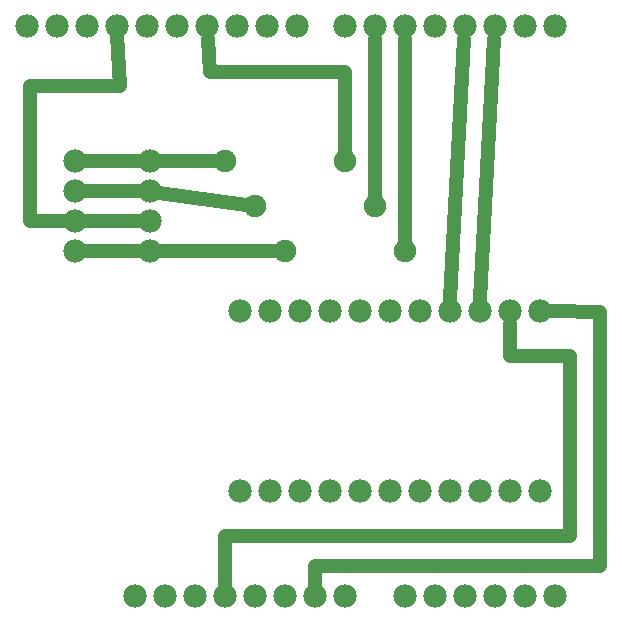
<source format=gbl>
G04 MADE WITH FRITZING*
G04 WWW.FRITZING.ORG*
G04 DOUBLE SIDED*
G04 HOLES PLATED*
G04 CONTOUR ON CENTER OF CONTOUR VECTOR*
%ASAXBY*%
%FSLAX23Y23*%
%MOIN*%
%OFA0B0*%
%SFA1.0B1.0*%
%ADD10C,0.078000*%
%ADD11C,0.075000*%
%ADD12C,0.048000*%
%LNCOPPER0*%
G90*
G70*
G54D10*
X968Y1996D03*
X868Y1996D03*
X768Y1996D03*
X668Y1996D03*
X568Y1996D03*
X468Y1996D03*
X368Y1996D03*
X268Y1996D03*
X168Y1996D03*
X68Y1996D03*
X1129Y96D03*
X1029Y96D03*
X929Y96D03*
X829Y96D03*
X729Y96D03*
X629Y96D03*
X529Y96D03*
X429Y96D03*
X1829Y96D03*
X1729Y96D03*
X1629Y96D03*
X1529Y96D03*
X1429Y96D03*
X1329Y96D03*
X1829Y1996D03*
X1729Y1996D03*
X1629Y1996D03*
X1529Y1996D03*
X1429Y1996D03*
X1329Y1996D03*
X1229Y1996D03*
X1129Y1996D03*
X1779Y446D03*
X1679Y446D03*
X1579Y446D03*
X1479Y446D03*
X1379Y446D03*
X1279Y446D03*
X1179Y446D03*
X1079Y446D03*
X979Y446D03*
X879Y446D03*
X779Y446D03*
X1779Y1046D03*
X1679Y1046D03*
X1579Y1046D03*
X1479Y1046D03*
X1379Y1046D03*
X1279Y1046D03*
X1179Y1046D03*
X1079Y1046D03*
X979Y1046D03*
X879Y1046D03*
X779Y1046D03*
G54D11*
X1329Y1246D03*
X929Y1246D03*
X1229Y1396D03*
X829Y1396D03*
X1129Y1546D03*
X729Y1546D03*
G54D10*
X229Y1246D03*
X229Y1346D03*
X229Y1446D03*
X229Y1546D03*
X479Y1246D03*
X479Y1346D03*
X479Y1446D03*
X479Y1546D03*
G54D12*
X1581Y1087D02*
X1627Y1955D01*
D02*
X1481Y1087D02*
X1527Y1955D01*
D02*
X1030Y196D02*
X1029Y137D01*
D02*
X1979Y196D02*
X1030Y196D01*
D02*
X1979Y1045D02*
X1979Y196D01*
D02*
X1820Y1046D02*
X1979Y1045D01*
D02*
X1879Y296D02*
X1879Y896D01*
D02*
X1879Y896D02*
X1678Y896D01*
D02*
X1678Y896D02*
X1679Y1005D01*
D02*
X729Y296D02*
X1879Y296D01*
D02*
X729Y126D02*
X729Y296D01*
D02*
X1329Y1954D02*
X1329Y1285D01*
D02*
X1229Y1954D02*
X1229Y1435D01*
D02*
X1130Y1845D02*
X680Y1845D01*
D02*
X680Y1845D02*
X672Y1955D01*
D02*
X1129Y1585D02*
X1130Y1845D01*
D02*
X259Y1346D02*
X449Y1346D01*
D02*
X78Y1346D02*
X199Y1346D01*
D02*
X78Y1796D02*
X78Y1346D01*
D02*
X379Y1796D02*
X78Y1796D01*
D02*
X370Y1966D02*
X379Y1796D01*
D02*
X449Y1546D02*
X259Y1546D01*
D02*
X449Y1446D02*
X259Y1446D01*
D02*
X449Y1246D02*
X259Y1246D01*
D02*
X700Y1546D02*
X509Y1546D01*
D02*
X801Y1400D02*
X509Y1441D01*
D02*
X900Y1246D02*
X509Y1246D01*
G04 End of Copper0*
M02*
</source>
